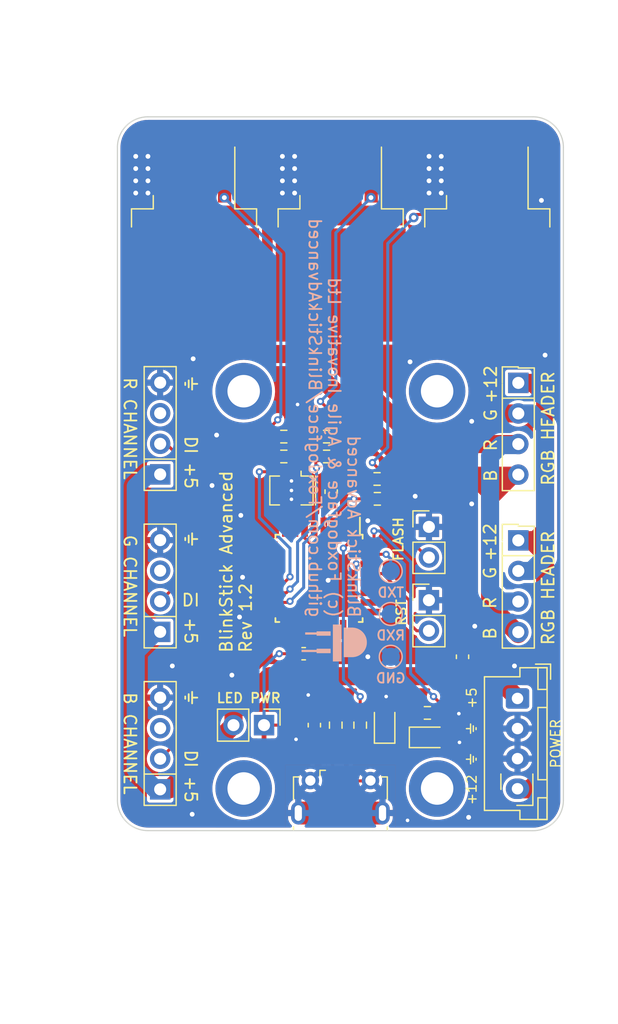
<source format=kicad_pcb>
(kicad_pcb (version 20211014) (generator pcbnew)
  (title_block (title "BlinkStick Advanced") (date "2022-12-22") (rev "1.2") (company "Agile Inovative Ltd & Foxdogface"))
  (layers (0 "F.Cu" signal) (31 "B.Cu" signal) (34 "B.Paste" user) (35 "F.Paste" user) (36 "B.SilkS" user "B.Silkscreen") (37 "F.SilkS" user "F.Silkscreen") (38 "B.Mask" user) (39 "F.Mask" user) (44 "Edge.Cuts" user))
  (net 0 "")
  (net 1 "+5V")
  (net 2 "/D-")
  (net 3 "/D+")
  (net 4 "GND")
  (net 5 "Net-(U1-Pad7)")
  (net 6 "Net-(U1-Pad8)")
  (net 7 "/R_Channel")
  (net 8 "/G_Channel")
  (net 9 "/B_Channel")
  (net 11 "/B_PWM")
  (net 12 "/R_PWM")
  (net 13 "/G_PWM")
  (net 23 "+12V")
  (net 25 "/G_OUT")
  (net 26 "/R_OUT")
  (net 27 "/B_OUT")
  (net 28 "Net-(Q1-Pad1)")
  (net 29 "Net-(Q2-Pad1)")
  (net 30 "Net-(Q3-Pad1)")
  (net 32 "+5VA")
  (net 33 "/RXD")
  (net 34 "/TXD")
  (net 36 "/AVR_D+")
  (net 37 "/AVR_D-")
  (net 38 "Net-(U1-Pad29)")
  (net 40 "Net-(U1-Pad2)")
  (footprint "Diode_SMD:D_SOD-323" (layer "F.Cu") (at 60.833 84.672 90)
    (fp_text reference "D2" hide)
    (fp_text value "BZT52C3V6S")
  )
  (footprint "Connector_PinHeader_2.54mm:PinHeader_1x04_P2.54mm_Vertical" (layer "F.Cu") (at 42.17 76.925 180)
    (fp_text reference "J5" hide)
    (fp_text value "ADD_HEADER_G")
  )
  (footprint "Connector_PinHeader_2.54mm:PinHeader_1x02_P2.54mm_Vertical" (layer "F.Cu") (at 64.516 74.295)
    (fp_text reference "J1" hide)
    (fp_text value "RST")
  )
  (footprint "Connector_JST:JST_XH_B4B-XH-A_1x04_P2.50mm_Vertical" (layer "F.Cu") (at 71.882 82.456 -90)
    (fp_text reference "J9" hide)
    (fp_text value "POWER")
  )
  (footprint "Connector_USB:USB_Micro-B_Molex-105017-0001" (layer "F.Cu") (at 57.156 90.7368)
    (fp_text reference "J2" hide)
    (fp_text value "USB_B_Micro")
  )
  (footprint "Connector_PinHeader_2.54mm:PinHeader_1x04_P2.54mm_Vertical" (layer "F.Cu") (at 71.948 69.325)
    (fp_text reference "J7" hide)
    (fp_text value "RGB_HEADER")
  )
  (footprint "Connector_PinHeader_2.54mm:PinHeader_1x04_P2.54mm_Vertical" (layer "F.Cu") (at 42.17 63.844 180)
    (fp_text reference "J6" hide)
    (fp_text value "ADD_HEADER_R")
  )
  (footprint "Resistor_SMD:R_0603_1608Metric_Pad0.98x0.95mm_HandSolder" (layer "F.Cu") (at 60.2265 65.876)
    (fp_text reference "R6" hide)
    (fp_text value "100")
  )
  (footprint "MountingHole:MountingHole_2.7mm_M2.5_DIN965_Pad" (layer "F.Cu") (at 65.198 89.935)
    (fp_text reference "REF**" hide)
    (fp_text value "MountingHole_2.7mm_M2.5_DIN965_Pad")
  )
  (footprint "Capacitor_SMD:C_0603_1608Metric_Pad1.08x0.95mm_HandSolder" (layer "F.Cu") (at 67.31 78.994 -90)
    (fp_text reference "C1" hide)
    (fp_text value "10uF")
  )
  (footprint "MountingHole:MountingHole_2.7mm_M2.5_DIN965_Pad" (layer "F.Cu") (at 49.114 89.935)
    (fp_text reference "REF**" hide)
    (fp_text value "MountingHole_2.7mm_M2.5_DIN965_Pad")
  )
  (footprint "Resistor_SMD:R_0603_1608Metric_Pad0.98x0.95mm_HandSolder" (layer "F.Cu") (at 52.45 60.706 180)
    (fp_text reference "R7" hide)
    (fp_text value "10k")
  )
  (footprint "Connector_PinHeader_2.54mm:PinHeader_1x04_P2.54mm_Vertical" (layer "F.Cu") (at 71.948 56.244)
    (fp_text reference "J8" hide)
    (fp_text value "RGB_HEADER")
  )
  (footprint "Connector_PinHeader_2.54mm:PinHeader_1x02_P2.54mm_Vertical" (layer "F.Cu") (at 64.516 68.204)
    (fp_text reference "J3" hide)
    (fp_text value "FLASH")
  )
  (footprint "Package_TO_SOT_SMD:TO-263-2" (layer "F.Cu") (at 69.3705 44.73919 -90)
    (fp_text reference "Q3" hide)
    (fp_text value "IRLR8726")
  )
  (footprint "Connector_PinHeader_2.54mm:PinHeader_1x02_P2.54mm_Vertical" (layer "F.Cu") (at 50.806 84.672 -90)
    (fp_text reference "JMP1" hide)
    (fp_text value "Conn_01x02")
  )
  (footprint "Resistor_SMD:R_0603_1608Metric_Pad0.98x0.95mm_HandSolder" (layer "F.Cu") (at 60.204 64.225)
    (fp_text reference "R9" hide)
    (fp_text value "10k")
  )
  (footprint "Resistor_SMD:R_0603_1608Metric_Pad0.98x0.95mm_HandSolder" (layer "F.Cu") (at 56.769 84.672 90)
    (fp_text reference "R3" hide)
    (fp_text value "2k2")
  )
  (footprint "Resistor_SMD:R_0603_1608Metric_Pad0.98x0.95mm_HandSolder" (layer "F.Cu") (at 58.801 84.672 -90)
    (fp_text reference "R2" hide)
    (fp_text value "100")
  )
  (footprint "Crystal:Resonator_SMD_Murata_CSTxExxV-3Pin_3.0x1.1mm" (layer "F.Cu") (at 53.086 65.182 180)
    (fp_text reference "Y1" hide)
    (fp_text value "Crystal_GND2_Small")
  )
  (footprint "Resistor_SMD:R_0603_1608Metric_Pad0.98x0.95mm_HandSolder" (layer "F.Cu") (at 64.389 83.656 180)
    (fp_text reference "R1" hide)
    (fp_text value "100")
  )
  (footprint "Package_TO_SOT_SMD:TO-263-2" (layer "F.Cu") (at 57.1785 44.73919 -90)
    (fp_text reference "Q2" hide)
    (fp_text value "IRLR8726")
  )
  (footprint "Resistor_SMD:R_0603_1608Metric_Pad0.98x0.95mm_HandSolder" (layer "F.Cu") (at 56.007 60.706)
    (fp_text reference "R8" hide)
    (fp_text value "10k")
  )
  (footprint "Capacitor_SMD:C_0603_1608Metric_Pad1.08x0.95mm_HandSolder" (layer "F.Cu") (at 56.388 65.278 -90)
    (fp_text reference "C4" hide)
    (fp_text value "1uF")
  )
  (footprint "Package_QFP:TQFP-32_7x7mm_P0.8mm" (layer "F.Cu") (at 55.378 72.48 -90)
    (fp_text reference "U1" hide)
    (fp_text value "ATmega8-16A")
  )
  (footprint "Resistor_SMD:R_0603_1608Metric_Pad0.98x0.95mm_HandSolder" (layer "F.Cu") (at 56.007 62.357)
    (fp_text reference "R5" hide)
    (fp_text value "100")
  )
  (footprint "MountingHole:MountingHole_2.7mm_M2.5_DIN965_Pad" (layer "F.Cu") (at 49.114 56.9351)
    (fp_text reference "REF**" hide)
    (fp_text value "MountingHole_2.7mm_M2.5_DIN965_Pad")
  )
  (footprint "Capacitor_SMD:C_0603_1608Metric_Pad1.08x0.95mm_HandSolder" (layer "F.Cu") (at 54.991 84.672 90)
    (fp_text reference "C2" hide)
    (fp_text value "1uF")
  )
  (footprint "Connector_PinHeader_2.54mm:PinHeader_1x04_P2.54mm_Vertical" (layer "F.Cu") (at 42.17 90.006 180)
    (fp_text reference "J4" hide)
    (fp_text value "ADD_HEADER_B")
  )
  (footprint "Resistor_SMD:R_0603_1608Metric_Pad0.98x0.95mm_HandSolder" (layer "F.Cu") (at 52.451 62.357 180)
    (fp_text reference "R4" hide)
    (fp_text value "100")
  )
  (footprint "Capacitor_SMD:C_0603_1608Metric_Pad1.08x0.95mm_HandSolder" (layer "F.Cu") (at 54.102 78.74 180)
    (fp_text reference "C3" hide)
    (fp_text value "10uF")
  )
  (footprint "MountingHole:MountingHole_2.7mm_M2.5_DIN965_Pad" (layer "F.Cu") (at 65.198 56.9351)
    (fp_text reference "REF**" hide)
    (fp_text value "MountingHole_2.7mm_M2.5_DIN965_Pad")
  )
  (footprint "Package_TO_SOT_SMD:TO-263-2" (layer "F.Cu") (at 44.9865 44.73919 -90)
    (fp_text reference "Q1" hide)
    (fp_text value "IRLR8726")
  )
  (footprint "Diode_SMD:D_SOD-323" (layer "F.Cu") (at 64.389 85.688)
    (fp_text reference "D1" hide)
    (fp_text value "BZT52C3V6S")
  )
  (footprint "TestPoint:TestPoint_Pad_D1.5mm" (layer "B.Cu") (at 61.341 71.882 180)
    (fp_text reference "TP3" hide)
    (fp_text value "TXD")
  )
  (footprint "TestPoint:TestPoint_Pad_D1.5mm" (layer "B.Cu") (at 61.341 78.994 180)
    (fp_text reference "TP1" hide)
    (fp_text value "GND")
  )
  (footprint "TestPoint:TestPoint_Pad_D1.5mm" (layer "B.Cu") (at 61.341 75.438 180)
    (fp_text reference "TP2" hide)
    (fp_text value "RXD")
  )
  (gr_poly (pts (xy 55.181249 76.88263) (xy 55.181249 76.972481) (xy 54.229556 76.972481) (xy 54.229556 77.152158) (xy 55.181249 77.152158) (xy 55.181249 77.242082) (xy 56.339186 77.242082) (xy 56.339186 76.88263) (xy 55.181249 76.88263)) (layer "B.SilkS") (width 0.008) (fill solid))
  (gr_poly (pts (xy 55.181249 78.330073) (xy 55.181249 78.420033) (xy 53.930038 78.420033) (xy 53.930038 78.599674) (xy 55.181249 78.599674) (xy 55.181249 78.689561) (xy 56.339186 78.689561) (xy 56.339186 78.330073) (xy 55.181249 78.330073)) (layer "B.SilkS") (width 0.008) (fill solid))
  (gr_poly (pts (xy 57.250936 76.320222) (xy 56.532166 76.320222) (xy 56.532166 79.381775) (xy 57.250936 79.381775) (xy 57.250936 76.320222)) (layer "B.SilkS") (width 0.008) (fill solid))
  (gr_poly (pts (xy 57.437312 79.02236) (xy 57.437312 76.573147) (xy 58.129453 76.573147) (xy 58.192467 76.57474) (xy 58.254652 76.579469) (xy 58.315934 76.587257) (xy 58.376235 76.598027) (xy 58.435477 76.611702) (xy 58.493585 76.628204) (xy 58.550481 76.647458) (xy 58.606088 76.669386) (xy 58.660329 76.69391) (xy 58.713127 76.720955) (xy 58.764406 76.750444) (xy 58.814088 76.782298) (xy 58.862097 76.816442) (xy 58.908355 76.852798) (xy 58.952786 76.891289) (xy 58.995313 76.93184) (xy 59.035858 76.974371) (xy 59.074345 77.018808) (xy 59.110696 77.065072) (xy 59.144836 77.113086) (xy 59.176687 77.162775) (xy 59.206171 77.21406) (xy 59.233213 77.266866) (xy 59.257735 77.321114) (xy 59.27966 77.376728) (xy 59.298912 77.433631) (xy 59.315412 77.491747) (xy 59.329085 77.550998) (xy 59.339854 77.611307) (xy 59.347641 77.672597) (xy 59.35237 77.734792) (xy 59.353963 77.797814) (xy 59.35237 77.860818) (xy 59.34764 77.922997) (xy 59.339852 77.984273) (xy 59.329082 78.044569) (xy 59.315408 78.103808) (xy 59.298905 78.161914) (xy 59.279652 78.218808) (xy 59.257725 78.274415) (xy 59.2332 78.328656) (xy 59.206156 78.381456) (xy 59.176669 78.432737) (xy 59.144816 78.482421) (xy 59.110674 78.530433) (xy 59.07432 78.576695) (xy 59.035831 78.62113) (xy 58.995284 78.663661) (xy 58.952755 78.70421) (xy 58.908323 78.742702) (xy 58.862063 78.779059) (xy 58.814054 78.813204) (xy 58.764371 78.84506) (xy 58.713091 78.874549) (xy 58.660293 78.901596) (xy 58.606052 78.926123) (xy 58.550446 78.948052) (xy 58.493552 78.967308) (xy 58.435446 78.983812) (xy 58.376206 78.997488) (xy 58.315908 79.008259) (xy 58.254631 79.016048) (xy 58.192449 79.020778) (xy 58.129441 79.022372) (xy 57.437312 79.022372) (xy 57.437312 79.02236)) (layer "B.SilkS") (width 0.008) (fill solid))
  (gr_line (start 70.618 57.604) (end 70.618 56.334) (layer "F.SilkS") (width 0.12))
  (gr_line (start 70.618 70.7485) (end 70.618 69.4785) (layer "F.SilkS") (width 0.12))
  (gr_line (start 73.158 88.736) (end 73.158 91.336) (layer "F.SilkS") (width 0.12))
  (gr_line (start 43.5 76.925) (end 43.5 75.655) (layer "F.SilkS") (width 0.12))
  (gr_line (start 73.278 68.1485) (end 73.278 70.7485) (layer "F.SilkS") (width 0.12))
  (gr_line (start 73.278 55.004) (end 73.278 57.604) (layer "F.SilkS") (width 0.12))
  (gr_line (start 43.5 63.844) (end 43.5 62.574) (layer "F.SilkS") (width 0.12))
  (gr_line (start 70.498 90.006) (end 70.498 88.736) (layer "F.SilkS") (width 0.12))
  (gr_line (start 42.17 91.336) (end 40.84 91.336) (layer "F.SilkS") (width 0.12))
  (gr_line (start 42.17 65.174) (end 40.84 65.174) (layer "F.SilkS") (width 0.12))
  (gr_line (start 40.84 88.736) (end 40.84 91.336) (layer "F.SilkS") (width 0.12))
  (gr_line (start 40.84 62.574) (end 40.84 65.174) (layer "F.SilkS") (width 0.12))
  (gr_line (start 73.278 68.1485) (end 71.948 68.1485) (layer "F.SilkS") (width 0.12))
  (gr_line (start 40.84 78.255) (end 42.17 78.255) (layer "F.SilkS") (width 0.12))
  (gr_line (start 40.84 78.255) (end 40.84 75.655) (layer "F.SilkS") (width 0.12))
  (gr_line (start 43.5 90.006) (end 43.5 88.736) (layer "F.SilkS") (width 0.12))
  (gr_line (start 73.278 55.004) (end 71.948 55.004) (layer "F.SilkS") (width 0.12))
  (gr_line (start 73.158 91.336) (end 71.828 91.336) (layer "F.SilkS") (width 0.12))
  (gr_arc (start 75.698 90.902349) (mid 74.954051 92.6984) (end 73.158 93.442349) (layer "Edge.Cuts") (width 0.1))
  (gr_line (start 73.158 34.144051) (end 41.154 34.144051) (layer "Edge.Cuts") (width 0.1))
  (gr_arc (start 73.158 34.144051) (mid 74.954051 34.888) (end 75.698 36.684051) (layer "Edge.Cuts") (width 0.1))
  (gr_line (start 75.698 36.684051) (end 75.698 90.902349) (layer "Edge.Cuts") (width 0.1))
  (gr_line (start 38.614 90.895) (end 38.614 36.684051) (layer "Edge.Cuts") (width 0.1))
  (gr_arc (start 38.614 36.684051) (mid 39.357949 34.888) (end 41.154 34.144051) (layer "Edge.Cuts") (width 0.1))
  (gr_arc (start 41.154 93.435) (mid 39.357949 92.691051) (end 38.614 90.895) (layer "Edge.Cuts") (width 0.1))
  (gr_line (start 73.158 93.442349) (end 41.154 93.435) (layer "Edge.Cuts") (width 0.1))
  (gr_text "BlinkStick Advanced\n(c) Foxdogface & Agile Inovative Ltd\ngithub.com/Foxdogface/BlinkStickAdvanced" (at 56.642 75.819 270) (layer "B.SilkS") (effects (font (size 1 1)) (justify left mirror)))
  (gr_text "+12" (at 69.602 69.4785 90) (layer "F.SilkS") (effects (font (size 1 1))))
  (gr_text "⏚" (at 44.71 82.386 270) (layer "F.SilkS") (effects (font (size 1 1))))
  (gr_text "RGB HEADER" (at 74.428 60.034 90) (layer "F.SilkS") (effects (font (size 1 1))))
  (gr_text "DI" (at 44.71 61.405 270) (layer "F.SilkS") (effects (font (size 1 1))))
  (gr_text "R" (at 69.6528 61.4056 90) (layer "F.SilkS") (effects (font (size 1 1))))
  (gr_text "LED PWR\n" (at 49.53 82.423) (layer "F.SilkS") (effects (font (size 0.8 0.8))))
  (gr_text "BlinkStick Advanced\nRev 1.2\n\n" (at 49.276 78.74 90) (layer "F.SilkS") (effects (font (size 1 1)) (justify left)))
  (gr_text "B CHANNEL" (at 39.655 86.196 270) (layer "F.SilkS") (effects (font (size 1 1))))
  (gr_text "G" (at 69.602 72.0228 90) (layer "F.SilkS") (effects (font (size 1 1))))
  (gr_text "POWER" (at 75.057 86.206 90) (layer "F.SilkS") (effects (font (size 0.8 0.8) (thickness 0.12))))
  (gr_text "DI" (at 44.71 74.294) (layer "F.SilkS") (effects (font (size 1 1))))
  (gr_text "B" (at 69.602 77.052 90) (layer "F.SilkS") (effects (font (size 1 1))))
  (gr_text "R" (at 69.602 74.512 90) (layer "F.SilkS") (effects (font (size 1 1))))
  (gr_text "DI" (at 44.71 87.466 270) (layer "F.SilkS") (effects (font (size 1 1))))
  (gr_text "RGB HEADER" (at 74.428 73.2785 90) (layer "F.SilkS") (effects (font (size 1 1))))
  (gr_text "+5" (at 68.072 82.423001 90) (layer "F.SilkS") (effects (font (size 0.8 0.8) (thickness 0.12))))
  (gr_text "⏚" (at 68.072 87.503 90) (layer "F.SilkS") (effects (font (size 0.8 0.8) (thickness 0.12))))
  (gr_text "⏚" (at 68.072 84.963 90) (layer "F.SilkS") (effects (font (size 0.8 0.8) (thickness 0.12))))
  (gr_text "⏚" (at 44.71 69.214 270) (layer "F.SilkS") (effects (font (size 1 1))))
  (gr_text "R CHANNEL" (at 39.655 60.034 270) (layer "F.SilkS") (effects (font (size 1 1))))
  (gr_text "G" (at 69.6528 58.9164 90) (layer "F.SilkS") (effects (font (size 1 1))))
  (gr_text "+12" (at 69.6528 56.3721 90) (layer "F.SilkS") (effects (font (size 1 1))))
  (gr_text "+5" (at 44.71 76.834 270) (layer "F.SilkS") (effects (font (size 1 1))))
  (gr_text "+5" (at 44.71 90.006 270) (layer "F.SilkS") (effects (font (size 1 1))))
  (gr_text "⏚" (at 44.71 56.325 270) (layer "F.SilkS") (effects (font (size 1 1))))
  (gr_text "B" (at 69.6528 63.9456 90) (layer "F.SilkS") (effects (font (size 1 1))))
  (gr_text "+5" (at 44.71 63.945 270) (layer "F.SilkS") (effects (font (size 1 1))))
  (gr_text "+12" (at 68.072 90.043 90) (layer "F.SilkS") (effects (font (size 0.8 0.8) (thickness 0.12))))
  (gr_text "G CHANNEL" (at 39.655 73.115 270) (layer "F.SilkS") (effects (font (size 1 1))))
  (segment (start 53.346 84.672) (end 50.806 84.672) (width 0.25) (layer "F.Cu") (net 1))
  (segment (start 54.997 69.94) (end 55.251 69.686) (width 0.25) (layer "F.Cu") (net 1))
  (segment (start 54.2585 83.7595) (end 53.346 84.672) (width 0.25) (layer "F.Cu") (net 1))
  (segment (start 54.997 74.201) (end 54.997 69.94) (width 0.25) (layer "F.Cu") (net 1))
  (segment (start 50.806 86.196) (end 51.822 87.212) (width 0.4) (layer "F.Cu") (net 1))
  (segment (start 54.528005 87.212) (end 55.856 88.539995) (width 0.4) (layer "F.Cu") (net 1))
  (segment (start 53.378 76.73) (end 53.378 75.82) (width 0.25) (layer "F.Cu") (net 1))
  (segment (start 52.07 78.74) (end 53.2395 78.74) (width 0.25) (layer "F.Cu") (net 1))
  (segment (start 54.991 83.8095) (end 55.041 83.7595) (width 0.25) (layer "F.Cu") (net 1))
  (segment (start 55.778 68.23) (end 55.778 66.7505) (width 0.25) (layer "F.Cu") (net 1))
  (segment (start 54.997 69.94) (end 54.743 69.686) (width 0.25) (layer "F.Cu") (net 1))
  (segment (start 55.041 83.7595) (end 56.769 83.7595) (width 0.25) (layer "F.Cu") (net 1))
  (segment (start 55.856 88.539995) (end 55.856 89.2743) (width 0.4) (layer "F.Cu") (net 1))
  (segment (start 51.822 87.212) (end 54.528005 87.212) (width 0.4) (layer "F.Cu") (net 1))
  (segment (start 55.251 69.686) (end 55.778 69.159) (width 0.25) (layer "F.Cu") (net 1))
  (segment (start 53.378 75.82) (end 54.997 74.201) (width 0.25) (layer "F.Cu") (net 1))
  (segment (start 54.87 83.7595) (end 54.2585 83.7595) (width 0.25) (layer "F.Cu") (net 1))
  (segment (start 54.743 69.686) (end 55.251 69.686) (width 0.25) (layer "F.Cu") (net 1))
  (segment (start 55.778 66.7505) (end 56.388 66.1405) (width 0.25) (layer "F.Cu") (net 1))
  (segment (start 53.2395 78.74) (end 53.378 78.6015) (width 0.25) (layer "F.Cu") (net 1))
  (segment (start 54.997 69.94) (end 54.997 69.686) (width 0.25) (layer "F.Cu") (net 1))
  (segment (start 50.806 84.672) (end 50.806 86.196) (width 0.4) (layer "F.Cu") (net 1))
  (segment (start 54.178 69.121) (end 54.178 68.23) (width 0.25) (layer "F.Cu") (net 1))
  (segment (start 55.778 69.159) (end 55.778 68.23) (width 0.25) (layer "F.Cu") (net 1))
  (segment (start 54.743 69.686) (end 54.178 69.121) (width 0.25) (layer "F.Cu") (net 1))
  (segment (start 53.378 78.6015) (end 53.378 76.73) (width 0.25) (layer "F.Cu") (net 1))
  (via (at 52.07 78.74) (size 0.6) (drill 0.3) (layers "F.Cu" "B.Cu") (net 1))
  (segment (start 50.806 79.877) (end 50.806 84.672) (width 0.25) (layer "B.Cu") (net 1))
  (segment (start 51.943 78.74) (end 50.806 79.877) (width 0.25) (layer "B.Cu") (net 1))
  (segment (start 52.07 78.74) (end 51.943 78.74) (width 0.25) (layer "B.Cu") (net 1))
  (segment (start 60.833 85.722) (end 60.6955 85.5845) (width 0.25) (layer "F.Cu") (net 2))
  (segment (start 56.506 87.8795) (end 56.506 89.3055) (width 0.25) (layer "F.Cu") (net 2))
  (segment (start 58.801 85.5845) (end 56.506 87.8795) (width 0.25) (layer "F.Cu") (net 2))
  (segment (start 60.6955 85.5845) (end 56.769 85.5845) (width 0.25) (layer "F.Cu") (net 2))
  (segment (start 63.339 83.7935) (end 63.4765 83.656) (width 0.25) (layer "F.Cu") (net 3))
  (segment (start 63.339 85.688) (end 61.524 87.503) (width 0.25) (layer "F.Cu") (net 3))
  (segment (start 58.134478 87.503) (end 57.156 88.481478) (width 0.25) (layer "F.Cu") (net 3))
  (segment (start 61.524 87.503) (end 58.134478 87.503) (width 0.25) (layer "F.Cu") (net 3))
  (segment (start 57.156 88.481478) (end 57.156 89.3055) (width 0.25) (layer "F.Cu") (net 3))
  (segment (start 63.339 85.688) (end 63.339 83.7935) (width 0.25) (layer "F.Cu") (net 3))
  (segment (start 64.5249 40.476) (end 65.5409 40.476) (width 1.5) (layer "F.Cu") (net 4))
  (segment (start 66.8334 38.96709) (end 66.8305 38.96419) (width 1.5) (layer "F.Cu") (net 4))
  (segment (start 52.3329 40.476) (end 53.3489 40.476) (width 1.5) (layer "F.Cu") (net 4))
  (segment (start 65.5409 37.428) (end 65.5409 39.46) (width 1.5) (layer "F.Cu") (net 4))
  (segment (start 40.138 40.476) (end 41.154 40.476) (width 1.5) (layer "F.Cu") (net 4))
  (segment (start 42.4465 40.476) (end 42.4465 38.96419) (width 1.5) (layer "F.Cu") (net 4))
  (segment (start 52.3329 37.428) (end 52.3329 40.476) (width 1.5) (layer "F.Cu") (net 4))
  (segment (start 40.138 37.428) (end 42.4465 37.428) (width 1.5) (layer "F.Cu") (net 4))
  (segment (start 64.5249 37.428) (end 64.5249 40.476) (width 1.5) (layer "F.Cu") (net 4))
  (segment (start 54.6414 38.96709) (end 54.6385 38.96419) (width 1.5) (layer "F.Cu") (net 4))
  (segment (start 54.6414 40.476) (end 54.6414 38.96709) (width 1.5) (layer "F.Cu") (net 4))
  (segment (start 40.138 37.428) (end 40.138 40.476) (width 1.5) (layer "F.Cu") (net 4))
  (segment (start 65.5409 40.476) (end 66.8334 40.476) (width 1.5) (layer "F.Cu") (net 4))
  (segment (start 66.8305 37.428) (end 66.8305 38.96419) (width 1.5) (layer "F.Cu") (net 4))
  (segment (start 58.456 89.3055) (end 59.656 89.3055) (width 0.25) (layer "F.Cu") (net 4))
  (segment (start 41.154 40.476) (end 42.4465 40.476) (width 1.5) (layer "F.Cu") (net 4))
  (segment (start 53.3489 37.428) (end 53.3489 39.46) (width 1.5) (layer "F.Cu") (net 4))
  (segment (start 66.8334 40.476) (end 66.8334 38.96709) (width 1.5) (layer "F.Cu") (net 4))
  (segment (start 53.3489 40.476) (end 54.6414 40.476) (width 1.5) (layer "F.Cu") (net 4))
  (segment (start 52.3329 37.428) (end 54.6385 37.428) (width 1.5) (layer "F.Cu") (net 4))
  (segment (start 41.154 37.428) (end 41.154 39.46) (width 1.5) (layer "F.Cu") (net 4))
  (segment (start 42.4465 37.428) (end 42.4465 38.96419) (width 1.5) (layer "F.Cu") (net 4))
  (segment (start 64.5249 37.428) (end 66.8305 37.428) (width 1.5) (layer "F.Cu") (net 4))
  (segment (start 54.6385 37.428) (end 54.6385 38.96419) (width 1.5) (layer "F.Cu") (net 4))
  (via (at 60.96 82.296) (size 0.6) (drill 0.3) (layers "F.Cu" "B.Cu") (net 4))
  (via (at 40.138 38.444) (size 0.8) (drill 0.4) (layers "F.Cu" "B.Cu") (net 4))
  (via (at 53.3489 37.428) (size 0.8) (drill 0.4) (layers "F.Cu" "B.Cu") (net 4))
  (via (at 40.138 39.46) (size 0.8) (drill 0.4) (layers "F.Cu" "B.Cu") (net 4))
  (via (at 53.3489 40.476) (size 0.8) (drill 0.4) (layers "F.Cu" "B.Cu") (net 4))
  (via (at 68.326 76.454) (size 0.8) (drill 0.4) (layers "F.Cu" "B.Cu") (net 4))
  (via (at 74.174 53.938) (size 0.8) (drill 0.4) (layers "F.Cu" "B.Cu") (net 4))
  (via (at 64.5249 40.476) (size 0.8) (drill 0.4) (layers "F.Cu" "B.Cu") (net 4))
  (via (at 53.3489 38.444) (size 0.8) (drill 0.4) (layers "F.Cu" "B.Cu") (net 4))
  (via (at 67.056 86.106) (size 0.6) (drill 0.3) (layers "F.Cu" "B.Cu") (net 4))
  (via (at 52.3329 38.444) (size 0.8) (drill 0.4) (layers "F.Cu" "B.Cu") (net 4))
  (via (at 41.154 39.46) (size 0.8) (drill 0.4) (layers "F.Cu" "B.Cu") (net 4))
  (via (at 48.133 80.518) (size 0.8) (drill 0.4) (layers "F.Cu" "B.Cu") (net 4))
  (via (at 64.5249 39.46) (size 0.8) (drill 0.4) (layers "F.Cu" "B.Cu") (net 4))
  (via (at 43.18 79.756) (size 0.8) (drill 0.4) (layers "F.Cu" "B.Cu") (net 4))
  (via (at 65.5409 37.428) (size 0.8) (drill 0.4) (layers "F.Cu" "B.Cu") (net 4))
  (via (at 40.138 40.476) (size 0.8) (drill 0.4) (layers "F.Cu" "B.Cu") (net 4))
  (via (at 46.863 60.579) (size 0.8) (drill 0.4) (layers "F.Cu" "B.Cu") (net 4))
  (via (at 62.9472 54.4968) (size 0.8) (drill 0.4) (layers "F.Cu" "B.Cu") (net 4))
  (via (at 62.738 92.583) (size 0.6) (drill 0.3) (layers "F.Cu" "B.Cu") (net 4))
  (via (at 67.818 92.329) (size 0.8) (drill 0.4) (layers "F.Cu" "B.Cu") (net 4))
  (via (at 53.086 65.182) (size 0.6) (drill 0.3) (layers "F.Cu" "B.Cu") (net 4))
  (via (at 65.5409 39.46) (size 0.8) (drill 0.4) (layers "F.Cu" "B.Cu") (net 4))
  (via (at 41.154 40.476) (size 0.8) (drill 0.4) (layers "F.Cu" "B.Cu") (net 4))
  (via (at 64.5249 37.428) (size 0.8) (drill 0.4) (layers "F.Cu" "B.Cu") (net 4))
  (via (at 67.0052 83.7184) (size 0.6) (drill 0.3) (layers "F.Cu" "B.Cu") (net 4))
  (via (at 65.5409 38.444) (size 0.8) (drill 0.4) (layers "F.Cu" "B.Cu") (net 4))
  (via (at 53.3489 39.46) (size 0.8) (drill 0.4) (layers "F.Cu" "B.Cu") (net 4))
  (via (at 56.134 72.644) (size 0.8) (drill 0.4) (layers "F.Cu" "B.Cu") (net 4))
  (via (at 53.086 64.389) (size 0.6) (drill 0.3) (layers "F.Cu" "B.Cu") (net 4))
  (via (at 40.138 37.428) (size 0.8) (drill 0.4) (layers "F.Cu" "B.Cu") (net 4))
  (via (at 53.086 65.913) (size 0.6) (drill 0.3) (layers "F.Cu" "B.Cu") (net 4))
  (via (at 73.8692 41.0856) (size 0.8) (drill 0.4) (layers "F.Cu" "B.Cu") (net 4))
  (via (at 44.9132 54.2428) (size 0.8) (drill 0.4) (layers "F.Cu" "B.Cu") (net 4))
  (via (at 46.482 64.77) (size 0.8) (drill 0.4) (layers "F.Cu" "B.Cu") (net 4))
  (via (at 41.154 38.444) (size 0.8) (drill 0.4) (layers "F.Cu" "B.Cu") (net 4))
  (via (at 63.373 65.659) (size 0.8) (drill 0.4) (layers "F.Cu" "B.Cu") (net 4))
  (via (at 59.436 67.691) (size 0.8) (drill 0.4) (layers "F.Cu" "B.Cu") (net 4))
  (via (at 48.768 75.692) (size 0.8) (drill 0.4) (layers "F.Cu" "B.Cu") (net 4))
  (via (at 68.072 66.294) (size 0.8) (drill 0.4) (layers "F.Cu" "B.Cu") (net 4))
  (via (at 54.483 82.169) (size 0.6) (drill 0.3) (layers "F.Cu" "B.Cu") (net 4))
  (via (at 52.3329 39.46) (size 0.8) (drill 0.4) (layers "F.Cu" "B.Cu") (net 4))
  (via (at 53.467 85.852) (size 0.6) (drill 0.3) (layers "F.Cu" "B.Cu") (net 4))
  (via (at 49.022 72.39) (size 0.8) (drill 0.4) (layers "F.Cu" "B.Cu") (net 4))
  (via (at 48.8756 67.2476) (size 0.8) (drill 0.4) (layers "F.Cu" "B.Cu") (net 4))
  (via (at 65.5409 40.476) (size 0.8) (drill 0.4) (layers "F.Cu" "B.Cu") (net 4))
  (via (at 53.594 58.039) (size 0.6) (drill 0.3) (layers "F.Cu" "B.Cu") (net 4))
  (via (at 64.5249 38.444) (size 0.8) (drill 0.4) (layers "F.Cu" "B.Cu") (net 4))
  (via (at 52.3329 37.428) (size 0.8) (drill 0.4) (layers "F.Cu" "B.Cu") (net 4))
  (via (at 52.3329 40.476) (size 0.8) (drill 0.4) (layers "F.Cu" "B.Cu") (net 4))
  (via (at 71.628 79.756) (size 0.8) (drill 0.4) (layers "F.Cu" "B.Cu") (net 4))
  (via (at 41.154 37.428) (size 0.8) (drill 0.4) (layers "F.Cu" "B.Cu") (net 4))
  (via (at 44.831 92.075) (size 0.8) (drill 0.4) (layers "F.Cu" "B.Cu") (net 4))
  (via (at 59.436 78.994) (size 0.8) (drill 0.4) (layers "F.Cu" "B.Cu") (net 4))
  (via (at 68.072 59.436) (size 0.8) (drill 0.4) (layers "F.Cu" "B.Cu") (net 4))
  (segment (start 54.286 66.268) (end 54.286 65.182) (width 0.25) (layer "F.Cu") (net 5))
  (segment (start 53.378 67.176) (end 54.286 66.268) (width 0.25) (layer "F.Cu") (net 5))
  (segment (start 53.378 68.23) (end 53.378 67.176) (width 0.25) (layer "F.Cu") (net 5))
  (segment (start 52.578 68.23) (end 52.578 66.96) (width 0.25) (layer "F.Cu") (net 6))
  (segment (start 51.886 66.268) (end 51.886 65.182) (width 0.25) (layer "F.Cu") (net 6))
  (segment (start 52.578 66.96) (end 51.886 66.268) (width 0.25) (layer "F.Cu") (net 6))
  (segment (start 51.128 69.68) (end 46.312 69.68) (width 0.25) (layer "F.Cu") (net 7))
  (segment (start 42.678 61.304) (end 42.17 61.304) (width 0.25) (layer "F.Cu") (net 7))
  (segment (start 46.312 69.68) (end 45.218 68.586) (width 0.25) (layer "F.Cu") (net 7))
  (segment (start 45.218 68.586) (end 45.218 63.844) (width 0.25) (layer "F.Cu") (net 7))
  (segment (start 45.218 63.844) (end 42.678 61.304) (width 0.25) (layer "F.Cu") (net 7))
  (segment (start 46.075 70.48) (end 51.128 70.48) (width 0.25) (layer "F.Cu") (net 8))
  (segment (start 42.17 74.385) (end 46.075 70.48) (width 0.25) (layer "F.Cu") (net 8))
  (segment (start 45.726 83.91) (end 45.726 72.13) (width 0.25) (layer "F.Cu") (net 9))
  (segment (start 45.726 72.13) (end 46.576 71.28) (width 0.25) (layer "F.Cu") (net 9))
  (segment (start 46.576 71.28) (end 51.128 71.28) (width 0.25) (layer "F.Cu") (net 9))
  (segment (start 42.17 87.466) (end 45.726 83.91) (width 0.25) (layer "F.Cu") (net 9))
  (segment (start 52.832 63.627) (end 53.3635 63.0955) (width 0.25) (layer "F.Cu") (net 11))
  (segment (start 53.3635 63.0955) (end 53.3635 62.357) (width 0.25) (layer "F.Cu") (net 11))
  (segment (start 52.438 72.88) (end 52.965 72.353) (width 0.25) (layer "F.Cu") (net 11))
  (segment (start 51.128 72.88) (end 52.438 72.88) (width 0.25) (layer "F.Cu") (net 11))
  (segment (start 50.419 63.627) (end 52.832 63.627) (width 0.25) (layer "F.Cu") (net 11))
  (via (at 52.965 72.353) (size 0.6) (drill 0.3) (layers "F.Cu" "B.Cu") (net 11))
  (via (at 50.419 63.627) (size 0.6) (drill 0.3) (layers "F.Cu" "B.Cu") (net 11))
  (segment (start 52.965 69.983) (end 52.965 72.353) (width 0.25) (layer "B.Cu") (net 11))
  (segment (start 50.419 67.437) (end 52.965 69.983) (width 0.25) (layer "B.Cu") (net 11))
  (segment (start 50.419 63.627) (end 50.419 67.437) (width 0.25) (layer "B.Cu") (net 11))
  (segment (start 55.118 62.3805) (end 55.0945 62.357) (width 0.25) (layer "F.Cu") (net 12))
  (segment (start 51.128 73.68) (end 52.654 73.68) (width 0.25) (layer "F.Cu") (net 12))
  (segment (start 55.1688 63.2968) (end 55.118 63.246) (width 0.25) (layer "F.Cu") (net 12))
  (segment (start 55.118 63.246) (end 55.118 62.3805) (width 0.25) (layer "F.Cu") (net 12))
  (segment (start 52.654 73.68) (end 52.965 73.369) (width 0.25) (layer "F.Cu") (net 12))
  (via (at 55.1688 63.2968) (size 0.6) (drill 0.3) (layers "F.Cu" "B.Cu") (net 12))
  (via (at 52.965 73.369) (size 0.6) (drill 0.3) (layers "F.Cu" "B.Cu") (net 12))
  (segment (start 53.594 69.467604) (end 53.594 72.74) (width 0.25) (layer "B.Cu") (net 12))
  (segment (start 55.1688 63.2968) (end 55.1688 67.892804) (width 0.25) (layer "B.Cu") (net 12))
  (segment (start 53.594 72.74) (end 52.965 73.369) (width 0.25) (layer "B.Cu") (net 12))
  (segment (start 55.1688 67.892804) (end 53.594 69.467604) (width 0.25) (layer "B.Cu") (net 12))
  (segment (start 58.2792 65.876) (end 59.314 65.876) (width 0.25) (layer "F.Cu") (net 13))
  (segment (start 51.128 74.48) (end 52.87 74.48) (width 0.25) (layer "F.Cu") (net 13))
  (segment (start 52.87 74.48) (end 52.965 74.385) (width 0.25) (layer "F.Cu") (net 13))
  (via (at 58.2792 65.876) (size 0.6) (drill 0.3) (layers "F.Cu" "B.Cu") (net 13))
  (via (at 52.965 74.385) (size 0.6) (drill 0.3) (layers "F.Cu" "B.Cu") (net 13))
  (segment (start 54.102 69.596) (end 54.102 73.248) (width 0.25) (layer "B.Cu") (net 13))
  (segment (start 57.822 65.876) (end 54.102 69.596) (width 0.25) (layer "B.Cu") (net 13))
  (segment (start 58.2792 65.876) (end 57.822 65.876) (width 0.25) (layer "B.Cu") (net 13))
  (segment (start 54.102 73.248) (end 52.965 74.385) (width 0.25) (layer "B.Cu") (net 13))
  (segment (start 73.178 56.244) (end 71.948 56.244) (width 1.5) (layer "F.Cu") (net 23))
  (segment (start 71.828 90.006) (end 72.904 90.006) (width 1.5) (layer "F.Cu") (net 23))
  (segment (start 72.904 90.006) (end 74.174 88.736) (width 1.5) (layer "F.Cu") (net 23))
  (segment (start 74.174 57.24) (end 73.178 56.244) (width 1.5) (layer "F.Cu") (net 23))
  (segment (start 73.036 69.31) (end 71.963 69.31) (width 1.5) (layer "F.Cu") (net 23))
  (segment (start 73.2045 69.4785) (end 73.036 69.31) (width 1.5) (layer "F.Cu") (net 23))
  (segment (start 74.174 88.736) (end 74.174 70.448) (width 1.5) (layer "F.Cu") (net 23))
  (segment (start 73.2045 69.4785) (end 74.174 68.509) (width 1.5) (layer "F.Cu") (net 23))
  (segment (start 74.174 70.448) (end 73.2045 69.4785) (width 1.5) (layer "F.Cu") (net 23))
  (segment (start 74.174 70.448) (end 74.174 57.24) (width 1.5) (layer "F.Cu") (net 23))
  (segment (start 71.963 69.31) (end 71.948 69.325) (width 1.5) (layer "F.Cu") (net 23))
  (segment (start 70.595 58.784) (end 69.723 57.912) (width 1.5) (layer "F.Cu") (net 25))
  (segment (start 69.723 48.46669) (end 69.3705 48.11419) (width 1.5) (layer "F.Cu") (net 25))
  (segment (start 69.723 57.912) (end 69.723 48.46669) (width 1.5) (layer "F.Cu") (net 25))
  (segment (start 71.948 58.784) (end 70.595 58.784) (width 1.5) (layer "F.Cu") (net 25))
  (segment (start 73.035989 71.865) (end 71.948 71.865) (width 1.5) (layer "B.Cu") (net 25))
  (segment (start 73.060081 58.784) (end 74.174 59.897919) (width 1.5) (layer "B.Cu") (net 25))
  (segment (start 71.948 58.784) (end 73.060081 58.784) (width 1.5) (layer "B.Cu") (net 25))
  (segment (start 74.174 59.897919) (end 74.174 70.726989) (width 1.5) (layer "B.Cu") (net 25))
  (segment (start 74.174 70.726989) (end 73.035989 71.865) (width 1.5) (layer "B.Cu") (net 25))
  (segment (start 57.1785 54.7655) (end 63.737 61.324) (width 1.5) (layer "F.Cu") (net 26))
  (segment (start 63.737 61.324) (end 71.948 61.324) (width 1.5) (layer "F.Cu") (net 26))
  (segment (start 57.1785 48.11419) (end 57.1785 54.7655) (width 1.5) (layer "F.Cu") (net 26))
  (segment (start 70.508 61.414) (end 69.602 62.32) (width 1.5) (layer "B.Cu") (net 26))
  (segment (start 71.948 61.414) (end 70.508 61.414) (width 1.5) (layer "B.Cu") (net 26))
  (segment (start 69.602 73.496) (end 70.511 74.405) (width 1.5) (layer "B.Cu") (net 26))
  (segment (start 69.602 62.32) (end 69.602 73.496) (width 1.5) (layer "B.Cu") (net 26))
  (segment (start 70.511 74.405) (end 71.948 74.405) (width 1.5) (layer "B.Cu") (net 26))
  (segment (start 69.596 65.278) (end 68.326 64.008) (width 1.5) (layer "F.Cu") (net 27))
  (segment (start 53.594 53.848) (end 63.7 63.954) (width 1.5) (layer "F.Cu") (net 27))
  (segment (start 71.389 63.954) (end 71.858 63.954) (width 1.5) (layer "F.Cu") (net 27))
  (segment (start 71.858 63.954) (end 71.948 63.864) (width 1.5) (layer "F.Cu") (net 27))
  (segment (start 63.7 63.954) (end 71.389 63.954) (width 1.5) (layer "F.Cu") (net 27))
  (segment (start 69.602 65.741) (end 69.602 74.757394) (width 1.5) (layer "F.Cu") (net 27))
  (segment (start 50.72031 53.848) (end 53.594 53.848) (width 1.5) (layer "F.Cu") (net 27))
  (segment (start 69.602 74.757394) (end 71.943106 77.0985) (width 1.5) (layer "F.Cu") (net 27))
  (segment (start 71.389 63.954) (end 69.602 65.741) (width 1.5) (layer "F.Cu") (net 27))
  (segment (start 44.9865 48.11419) (end 50.72031 53.848) (width 1.5) (layer "F.Cu") (net 27))
  (segment (start 69.596 66.548) (end 69.596 65.278) (width 1.5) (layer "F.Cu") (net 27))
  (segment (start 71.943106 77.0985) (end 71.948 77.0985) (width 1.5) (layer "F.Cu") (net 27))
  (segment (start 51.943 59.309) (end 51.562 59.69) (width 0.25) (layer "F.Cu") (net 28))
  (segment (start 51.562 59.69) (end 51.562 59.944) (width 0.25) (layer "F.Cu") (net 28))
  (segment (start 51.562 60.96) (end 51.562 62.61) (width 0.25) (layer "F.Cu") (net 28))
  (segment (start 51.561 60.021) (end 51.561 60.959) (width 0.25) (layer "F.Cu") (net 28))
  (via (at 51.943 59.309) (size 0.6) (drill 0.3) (layers "F.Cu" "B.Cu") (net 28))
  (via (at 47.504 40.857) (size 0.8) (drill 0.4) (layers "F.Cu" "B.Cu") (net 28))
  (segment (start 52.203 59.049) (end 52.203 45.556) (width 0.25) (layer "B.Cu") (net 28))
  (segment (start 51.943 59.309) (end 52.203 59.049) (width 0.25) (layer "B.Cu") (net 28))
  (segment (start 52.203 45.556) (end 47.504 40.857) (width 0.25) (layer "B.Cu") (net 28))
  (segment (start 56.9195 59.2055) (end 56.9195 62.357) (width 0.25) (layer "F.Cu") (net 29))
  (segment (start 55.499 57.785) (end 56.9195 59.2055) (width 0.25) (layer "F.Cu") (net 29))
  (via (at 59.696 40.857) (size 0.8) (drill 0.4) (layers "F.Cu" "B.Cu") (net 29))
  (via (at 55.499 57.785) (size 0.6) (drill 0.3) (layers "F.Cu" "B.Cu") (net 29))
  (segment (start 56.775 56.509) (end 56.775 43.778) (width 0.25) (layer "B.Cu") (net 29))
  (segment (start 56.775 43.778) (end 59.696 40.857) (width 0.25) (layer "B.Cu") (net 29))
  (segment (start 55.499 57.785) (end 56.775 56.509) (width 0.25) (layer "B.Cu") (net 29))
  (segment (start 61.093 65.83) (end 61.139 65.876) (width 0.25) (layer "F.Cu") (net 30))
  (segment (start 71.9105 38.96419) (end 68.62069 42.254) (width 0.25) (layer "F.Cu") (net 30))
  (segment (start 68.62069 42.254) (end 63.506 42.254) (width 0.25) (layer "F.Cu") (net 30))
  (segment (start 59.817 62.865) (end 61.093 64.141) (width 0.25) (layer "F.Cu") (net 30))
  (segment (start 61.093 64.141) (end 61.093 65.83) (width 0.25) (layer "F.Cu") (net 30))
  (segment (start 63.506 42.254) (end 63.252 42.508) (width 0.25) (layer "F.Cu") (net 30))
  (via (at 59.817 62.865) (size 0.6) (drill 0.3) (layers "F.Cu" "B.Cu") (net 30))
  (via (at 63.252 42.508) (size 0.8) (drill 0.4) (layers "F.Cu" "B.Cu") (net 30))
  (segment (start 59.817 62.865) (end 61.093 61.589) (width 0.25) (layer "B.Cu") (net 30))
  (segment (start 61.093 61.589) (end 61.093 44.667) (width 0.25) (layer "B.Cu") (net 30))
  (segment (start 61.093 44.667) (end 63.252 42.508) (width 0.25) (layer "B.Cu") (net 30))
  (segment (start 71.828 82.386) (end 70.05 80.608) (width 1.5) (layer "F.Cu") (net 32))
  (segment (start 70.05 80.608) (end 51.270978 80.608) (width 1.5) (layer "F.Cu") (net 32))
  (segment (start 51.270978 80.608) (end 48.266 83.612978) (width 1.5) (layer "F.Cu") (net 32))
  (segment (start 48.266 84.672) (end 42.932 90.006) (width 1.5) (layer "F.Cu") (net 32))
  (segment (start 48.266 83.612978) (end 48.266 84.672) (width 1.5) (layer "F.Cu") (net 32))
  (segment (start 42.932 90.006) (end 42.17 90.006) (width 1.5) (layer "F.Cu") (net 32))
  (segment (start 40.138 75.528) (end 40.138 64.86) (width 1.5) (layer "B.Cu") (net 32))
  (segment (start 40.138 88.357447) (end 40.138 78.576) (width 1.5) (layer "B.Cu") (net 32))
  (segment (start 41.535 76.925) (end 40.138 75.528) (width 1.5) (layer "B.Cu") (net 32))
  (segment (start 41.789 76.925) (end 42.17 76.925) (width 1.5) (layer "B.Cu") (net 32))
  (segment (start 42.17 76.925) (end 41.535 76.925) (width 1.5) (layer "B.Cu") (net 32))
  (segment (start 40.138 78.576) (end 41.789 76.925) (width 1.5) (layer "B.Cu") (net 32))
  (segment (start 40.138 64.86) (end 41.154 63.844) (width 1.5) (layer "B.Cu") (net 32))
  (segment (start 41.154 63.844) (end 42.17 63.844) (width 1.5) (layer "B.Cu") (net 32))
  (segment (start 42.17 90.006) (end 41.786553 90.006) (width 1.5) (layer "B.Cu") (net 32))
  (segment (start 41.786553 90.006) (end 40.138 88.357447) (width 1.5) (layer "B.Cu") (net 32))
  (segment (start 40.138 78.576) (end 40.138 75.528) (width 1.5) (layer "B.Cu") (net 32))
  (segment (start 58.4784 71.28) (end 58.4708 71.2724) (width 0.25) (layer "F.Cu") (net 33))
  (segment (start 59.628 71.28) (end 58.4784 71.28) (width 0.25) (layer "F.Cu") (net 33))
  (via (at 58.4708 71.2724) (size 0.6) (drill 0.3) (layers "F.Cu" "B.Cu") (net 33))
  (segment (start 58.4708 71.2724) (end 58.4708 73.5838) (width 0.25) (layer "B.Cu") (net 33))
  (segment (start 58.4708 73.5838) (end 60.325 75.438) (width 0.25) (layer "B.Cu") (net 33))
  (segment (start 60.325 75.438) (end 61.341 75.438) (width 0.25) (layer "B.Cu") (net 33))
  (segment (start 60.955 70.48) (end 60.96 70.485) (width 0.25) (layer "F.Cu") (net 34))
  (segment (start 59.628 70.48) (end 60.955 70.48) (width 0.25) (layer "F.Cu") (net 34))
  (via (at 60.96 70.485) (size 0.6) (drill 0.3) (layers "F.Cu" "B.Cu") (net 34))
  (segment (start 61.341 70.866) (end 61.341 72.009) (width 0.25) (layer "B.Cu") (net 34))
  (segment (start 60.96 70.485) (end 61.341 70.866) (width 0.25) (layer "B.Cu") (net 34))
  (segment (start 65.3015 82.7005) (end 64.897 82.296) (width 0.25) (layer "F.Cu") (net 36))
  (segment (start 59.95 68.543) (end 59.95 69.358) (width 0.25) (layer "F.Cu") (net 36))
  (segment (start 65.3015 83.82) (end 65.3015 82.7005) (width 0.25) (layer "F.Cu") (net 36))
  (segment (start 59.95 69.358) (end 59.628 69.68) (width 0.25) (layer "F.Cu") (net 36))
  (via (at 64.897 82.296) (size 0.6) (drill 0.3) (layers "F.Cu" "B.Cu") (net 36))
  (via (at 59.95 68.543) (size 0.6) (drill 0.3) (layers "F.Cu" "B.Cu") (net 36))
  (segment (start 59.95 68.543) (end 60.415 68.543) (width 0.25) (layer "B.Cu") (net 36))
  (segment (start 62.992 80.391) (end 64.897 82.296) (width 0.25) (layer "B.Cu") (net 36))
  (segment (start 62.992 71.12) (end 62.992 80.391) (width 0.25) (layer "B.Cu") (net 36))
  (segment (start 60.415 68.543) (end 62.992 71.12) (width 0.25) (layer "B.Cu") (net 36))
  (segment (start 57.404 69.977) (end 58.178 69.203) (width 0.25) (layer "F.Cu") (net 37))
  (segment (start 58.178 69.203) (end 58.178 68.23) (width 0.25) (layer "F.Cu") (net 37))
  (segment (start 58.801 83.9235) (end 58.801 82.296) (width 0.25) (layer "F.Cu") (net 37))
  (via (at 57.404 69.977) (size 0.6) (drill 0.3) (layers "F.Cu" "B.Cu") (net 37))
  (via (at 58.801 82.296) (size 0.6) (drill 0.3) (layers "F.Cu" "B.Cu") (net 37))
  (segment (start 57.404 69.977) (end 57.404 80.899) (width 0.25) (layer "B.Cu") (net 37))
  (segment (start 57.404 80.899) (end 58.801 82.296) (width 0.25) (layer "B.Cu") (net 37))
  (segment (start 62.865 76.2) (end 62.865 74.295) (width 0.25) (layer "F.Cu") (net 38))
  (segment (start 60.65 72.08) (end 59.628 72.08) (width 0.25) (layer "F.Cu") (net 38))
  (segment (start 62.865 74.295) (end 60.65 72.08) (width 0.25) (layer "F.Cu") (net 38))
  (segment (start 64.516 76.835) (end 63.5 76.835) (width 0.25) (layer "F.Cu") (net 38))
  (segment (start 63.5 76.835) (end 62.865 76.2) (width 0.25) (layer "F.Cu") (net 38))
  (segment (start 64.775 70.744) (end 64.516 70.744) (width 0.25) (layer "F.Cu") (net 40))
  (segment (start 57.404 68.204) (end 57.378 68.23) (width 0.25) (layer "F.Cu") (net 40))
  (segment (start 64.516 70.744) (end 64.3915 70.744) (width 0.25) (layer "F.Cu") (net 40))
  (segment (start 60.4495 66.802) (end 57.912 66.802) (width 0.25) (layer "F.Cu") (net 40))
  (segment (start 57.404 67.31) (end 57.404 68.204) (width 0.25) (layer "F.Cu") (net 40))
  (segment (start 64.3915 70.744) (end 60.4495 66.802) (width 0.25) (layer "F.Cu") (net 40))
  (segment (start 57.912 66.802) (end 57.404 67.31) (width 0.25) (layer "F.Cu") (net 40))
  (zone (net 0) (net_name "") (layer "F.Cu") (connect_pads (clearance 0)) (min_thickness 0.254)
    (keepout (tracks allowed) (vias allowed) (pads allowed) (copperpour not_allowed) (footprints allowed))
    (fill (thermal_gap 0.508) (thermal_bridge_width 0.508))
    (polygon (pts (xy 52.33 67.019) (xy 52.33 63.971) (xy 53.854 63.971) (xy 53.854 67.019)))
  )
  (zone (net 4) (net_name "GND") (layers F&B.Cu) (connect_pads thru_hole_only (clearance 0.254)) (min_thickness 0.254) (fill yes (thermal_gap 0.254) (thermal_bridge_width 0.508))
    (polygon (pts (xy 61.728 99.404) (xy 52.584 99.404) (xy 52.584 87.974) (xy 61.728 87.974)))
  )
  (zone (net 4) (net_name "GND") (layers F&B.Cu) (connect_pads (clearance 0.254)) (min_thickness 0.254) (fill yes (thermal_gap 0.254) (thermal_bridge_width 0.508))
    (polygon (pts (xy 78.492 95.594) (xy 61.728 95.594) (xy 61.728 87.974) (xy 52.584 87.974) (xy 52.584 95.594) (xy 36.3788 95.594) (xy 36.3788 32.094) (xy 78.492 32.094)))
  )
)
</source>
